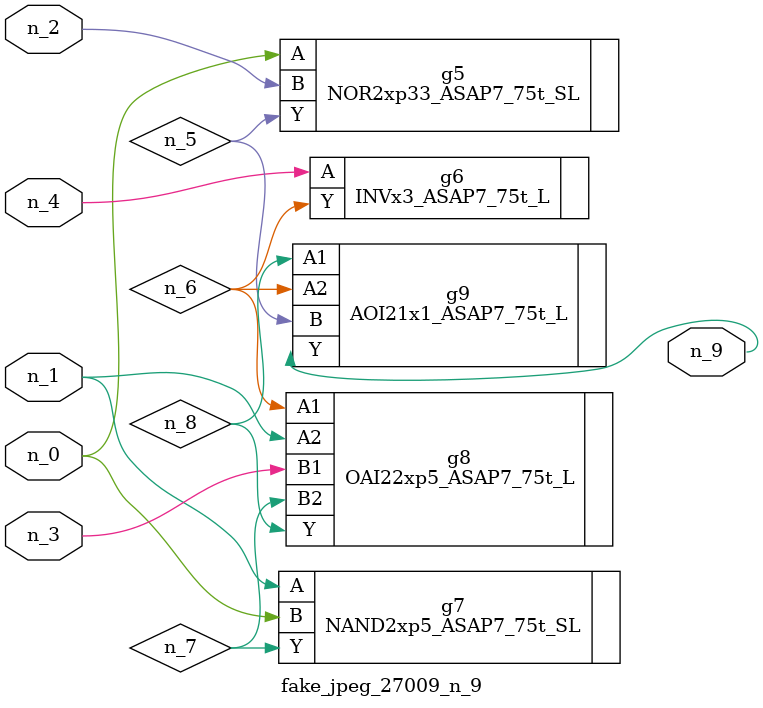
<source format=v>
module fake_jpeg_27009_n_9 (n_3, n_2, n_1, n_0, n_4, n_9);

input n_3;
input n_2;
input n_1;
input n_0;
input n_4;

output n_9;

wire n_8;
wire n_6;
wire n_5;
wire n_7;

NOR2xp33_ASAP7_75t_SL g5 ( 
.A(n_0),
.B(n_2),
.Y(n_5)
);

INVx3_ASAP7_75t_L g6 ( 
.A(n_4),
.Y(n_6)
);

NAND2xp5_ASAP7_75t_SL g7 ( 
.A(n_1),
.B(n_0),
.Y(n_7)
);

OAI22xp5_ASAP7_75t_L g8 ( 
.A1(n_6),
.A2(n_1),
.B1(n_3),
.B2(n_7),
.Y(n_8)
);

AOI21x1_ASAP7_75t_L g9 ( 
.A1(n_8),
.A2(n_6),
.B(n_5),
.Y(n_9)
);


endmodule
</source>
